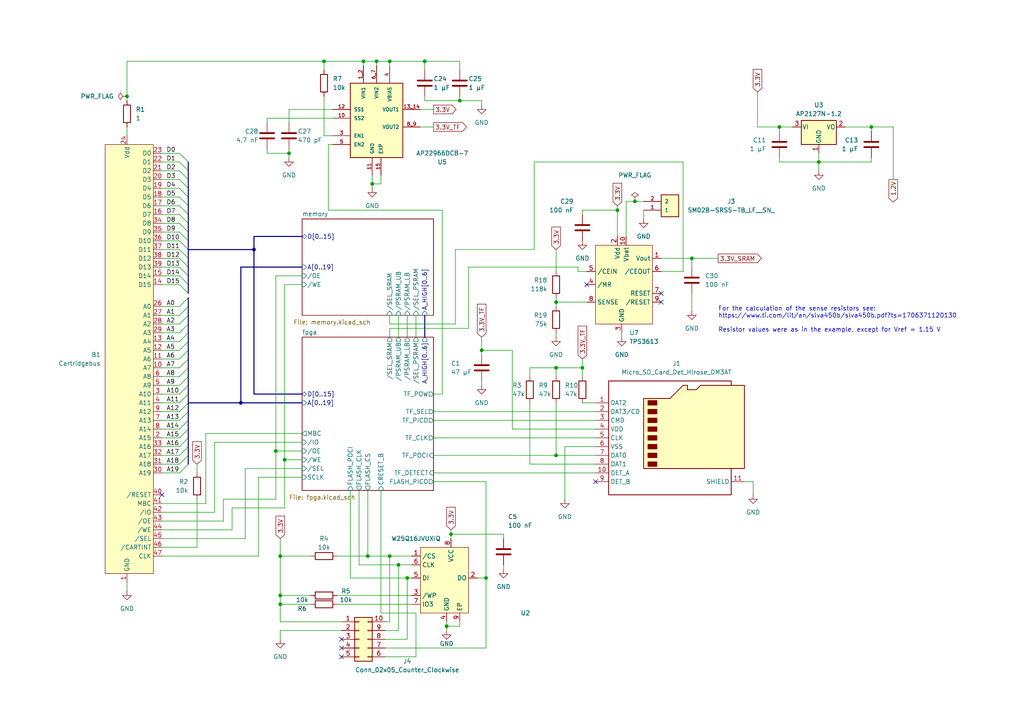
<source format=kicad_sch>
(kicad_sch (version 20230121) (generator eeschema)
  (paper "A4")
  (lib_symbols
    (symbol "AP22966DC8-7:AP22966DC8-7" (pin_names (offset 1.016))
      (property "Reference" "U" (at -15.24 15.24 0))
      (property "Value" "AP22966DC8-7" (at -15.24 -17.78 0))
      (symbol "AP22966DC8-7_0_0"
        (rectangle (start -15.24 15.24) (end 0 -6.35) (stroke (width 0.254)) (fill (type background)))
        (pin passive line (at -20.32 5.08 0) (length 5.08) (name "SS2") (number "10"))
        (pin passive line (at -20.32 7.62 0) (length 5.08) (name "SS1") (number "12"))
        (pin passive line (at -6.35 -11.43 90) (length 5.08) (name "EXP") (number "15"))
        (pin input line (at -11.43 20.32 270) (length 5.08) (name "VIN1") (number "1_2"))
        (pin input line (at -20.32 0 0) (length 5.08) (name "EN1") (number "3"))
        (pin power_in line (at -3.81 20.32 270) (length 5.08) (name "VBIAS") (number "4"))
        (pin input line (at -20.32 -2.54 0) (length 5.08) (name "EN2") (number "5"))
        (pin input line (at -7.62 20.32 270) (length 5.08) (name "VIN2") (number "6_7"))
      )
      (symbol "AP22966DC8-7_1_0"
        (pin power_in line (at -8.89 -11.43 90) (length 5.08) (name "GND") (number "11"))
        (pin power_out line (at 5.08 7.62 180) (length 5.08) (name "VOUT1") (number "13_14"))
        (pin power_out line (at 5.08 2.54 180) (length 5.08) (name "VOUT2") (number "8_9"))
      )
    )
    (symbol "Connector:Micro_SD_Card_Det_Hirose_DM3AT"
      (property "Reference" "J" (at -16.51 17.78 0))
      (property "Value" "Micro_SD_Card_Det_Hirose_DM3AT" (at 16.51 17.78 0))
      (symbol "Micro_SD_Card_Det_Hirose_DM3AT_0_1"
        (rectangle (start -7.62 -6.985) (end -5.08 -8.255) (stroke (width 0.254)) (fill (type outline)))
        (rectangle (start -7.62 -4.445) (end -5.08 -5.715) (stroke (width 0.254)) (fill (type outline)))
        (rectangle (start -7.62 -1.905) (end -5.08 -3.175) (stroke (width 0.254)) (fill (type outline)))
        (rectangle (start -7.62 0.635) (end -5.08 -0.635) (stroke (width 0.254)) (fill (type outline)))
        (rectangle (start -7.62 3.175) (end -5.08 1.905) (stroke (width 0.254)) (fill (type outline)))
        (rectangle (start -7.62 5.715) (end -5.08 4.445) (stroke (width 0.254)) (fill (type outline)))
        (rectangle (start -7.62 8.255) (end -5.08 6.985) (stroke (width 0.254)) (fill (type outline)))
        (rectangle (start -7.62 10.795) (end -5.08 9.525) (stroke (width 0.254)) (fill (type outline)))
        (polyline (pts (xy 16.51 15.24) (xy 16.51 16.51) (xy -19.05 16.51) (xy -19.05 -16.51) (xy 16.51 -16.51) (xy 16.51 -8.89)) (stroke (width 0.254)))
        (polyline (pts (xy -8.89 -8.89) (xy -8.89 11.43) (xy -1.27 11.43) (xy 2.54 15.24) (xy 3.81 15.24) (xy 3.81 13.97) (xy 6.35 13.97) (xy 7.62 15.24) (xy 20.32 15.24) (xy 20.32 -8.89) (xy -8.89 -8.89)) (stroke (width 0.254)) (fill (type background)))
      )
      (symbol "Micro_SD_Card_Det_Hirose_DM3AT_1_1"
        (pin bidirectional line (at -22.86 10.16 0) (length 3.81) (name "DAT2") (number "1"))
        (pin passive line (at -22.86 -10.16 0) (length 3.81) (name "DET_A") (number "10"))
        (pin passive line (at 20.32 -12.7 180) (length 3.81) (name "SHIELD") (number "11"))
        (pin bidirectional line (at -22.86 7.62 0) (length 3.81) (name "DAT3/CD") (number "2"))
        (pin input line (at -22.86 5.08 0) (length 3.81) (name "CMD") (number "3"))
        (pin power_in line (at -22.86 2.54 0) (length 3.81) (name "VDD") (number "4"))
        (pin input line (at -22.86 0 0) (length 3.81) (name "CLK") (number "5"))
        (pin power_in line (at -22.86 -2.54 0) (length 3.81) (name "VSS") (number "6"))
        (pin bidirectional line (at -22.86 -5.08 0) (length 3.81) (name "DAT0") (number "7"))
        (pin bidirectional line (at -22.86 -7.62 0) (length 3.81) (name "DAT1") (number "8"))
        (pin passive line (at -22.86 -12.7 0) (length 3.81) (name "DET_B") (number "9"))
      )
    )
    (symbol "Connector_Generic:Conn_02x05_Counter_Clockwise" (pin_names (offset 1.016) hide)
      (property "Reference" "J" (at 1.27 7.62 0))
      (property "Value" "Conn_02x05_Counter_Clockwise" (at 1.27 -7.62 0))
      (symbol "Conn_02x05_Counter_Clockwise_1_1"
        (rectangle (start -1.27 -4.953) (end 0 -5.207) (stroke (width 0.1524)))
        (rectangle (start -1.27 -2.413) (end 0 -2.667) (stroke (width 0.1524)))
        (rectangle (start -1.27 0.127) (end 0 -0.127) (stroke (width 0.1524)))
        (rectangle (start -1.27 2.667) (end 0 2.413) (stroke (width 0.1524)))
        (rectangle (start -1.27 5.207) (end 0 4.953) (stroke (width 0.1524)))
        (rectangle (start -1.27 6.35) (end 3.81 -6.35) (stroke (width 0.254)) (fill (type background)))
        (rectangle (start 3.81 -4.953) (end 2.54 -5.207) (stroke (width 0.1524)))
        (rectangle (start 3.81 -2.413) (end 2.54 -2.667) (stroke (width 0.1524)))
        (rectangle (start 3.81 0.127) (end 2.54 -0.127) (stroke (width 0.1524)))
        (rectangle (start 3.81 2.667) (end 2.54 2.413) (stroke (width 0.1524)))
        (rectangle (start 3.81 5.207) (end 2.54 4.953) (stroke (width 0.1524)))
        (pin passive line (at -5.08 5.08 0) (length 3.81) (name "Pin_1") (number "1"))
        (pin passive line (at 7.62 5.08 180) (length 3.81) (name "Pin_10") (number "10"))
        (pin passive line (at -5.08 2.54 0) (length 3.81) (name "Pin_2") (number "2"))
        (pin passive line (at -5.08 0 0) (length 3.81) (name "Pin_3") (number "3"))
        (pin passive line (at -5.08 -2.54 0) (length 3.81) (name "Pin_4") (number "4"))
        (pin passive line (at -5.08 -5.08 0) (length 3.81) (name "Pin_5") (number "5"))
        (pin passive line (at 7.62 -5.08 180) (length 3.81) (name "Pin_6") (number "6"))
        (pin passive line (at 7.62 -2.54 180) (length 3.81) (name "Pin_7") (number "7"))
        (pin passive line (at 7.62 0 180) (length 3.81) (name "Pin_8") (number "8"))
        (pin passive line (at 7.62 2.54 180) (length 3.81) (name "Pin_9") (number "9"))
      )
    )
    (symbol "Device:C" (pin_numbers hide) (pin_names (offset 0.254))
      (property "Reference" "C" (at 0.635 2.54 0))
      (property "Value" "C" (at 0.635 -2.54 0))
      (symbol "C_0_1"
        (polyline (pts (xy -2.032 -0.762) (xy 2.032 -0.762)) (stroke (width 0.508)))
        (polyline (pts (xy -2.032 0.762) (xy 2.032 0.762)) (stroke (width 0.508)))
      )
      (symbol "C_1_1"
        (pin passive line (at 0 3.81 270) (length 2.794) (name "~") (number "1"))
        (pin passive line (at 0 -3.81 90) (length 2.794) (name "~") (number "2"))
      )
    )
    (symbol "Device:R" (pin_numbers hide) (pin_names (offset 0))
      (property "Reference" "R" (at 2.032 0 90))
      (property "Value" "R" (at 0 0 90))
      (symbol "R_0_1"
        (rectangle (start -1.016 -2.54) (end 1.016 2.54) (stroke (width 0.254)))
      )
      (symbol "R_1_1"
        (pin passive line (at 0 3.81 270) (length 1.27) (name "~") (number "1"))
        (pin passive line (at 0 -3.81 90) (length 1.27) (name "~") (number "2"))
      )
    )
    (symbol "Regulator_Linear:AP2127N-1.2" (pin_names (offset 0.254))
      (property "Reference" "U" (at -3.81 3.175 0))
      (property "Value" "AP2127N-1.2" (at 0 3.175 0))
      (symbol "AP2127N-1.2_0_1"
        (rectangle (start -5.08 1.905) (end 5.08 -5.08) (stroke (width 0.254)) (fill (type background)))
      )
      (symbol "AP2127N-1.2_1_1"
        (pin power_in line (at 0 -7.62 90) (length 2.54) (name "GND") (number "1"))
        (pin power_out line (at 7.62 0 180) (length 2.54) (name "VO") (number "2"))
        (pin power_in line (at -7.62 0 0) (length 2.54) (name "VI") (number "3"))
      )
    )
    (symbol "SM02B-SRSS-TB:SM02B-SRSS-TB_LF__SN_" (pin_names (offset 1.016))
      (property "Reference" "J" (at 11.4936 5.1092 0))
      (property "Value" "SM02B-SRSS-TB_LF__SN_" (at 11.4908 2.5582 0))
      (symbol "SM02B-SRSS-TB_LF__SN__0_0"
        (rectangle (start 5.08 6.985) (end 10.16 0.635) (stroke (width 0.254)) (fill (type background)))
      )
      (symbol "SM02B-SRSS-TB_LF__SN__1_0"
        (pin passive line (at 0 5.08 0) (length 5.08) (name "1") (number "1"))
        (pin passive line (at 0 2.54 0) (length 5.08) (name "2") (number "2"))
      )
    )
    (symbol "nileswan:TPS3613"
      (property "Reference" "U" (at -1.27 5.08 0))
      (property "Value" "TPS3613" (at 0.635 -3.175 0))
      (symbol "TPS3613_0_0"
        (pin power_out line (at 16.51 0 180) (length 2.54) (name "Vout") (number "1"))
        (pin power_in line (at 6.35 6.35 270) (length 2.54) (name "Vbat") (number "10"))
        (pin power_in line (at 3.81 6.35 270) (length 2.54) (name "Vdd") (number "2"))
        (pin power_in line (at 5.08 -21.59 90) (length 2.54) (name "GND") (number "3"))
        (pin input line (at -5.08 -7.62 0) (length 2.54) (name "/MR") (number "4"))
        (pin input line (at -5.08 -3.81 0) (length 2.54) (name "/CEIN") (number "5"))
        (pin output line (at 16.51 -3.81 180) (length 2.54) (name "/CEOUT") (number "6"))
        (pin output line (at 16.51 -10.16 180) (length 2.54) (name "RESET") (number "7"))
        (pin input line (at -5.08 -12.7 0) (length 2.54) (name "SENSE") (number "8"))
        (pin output line (at 16.51 -12.7 180) (length 2.54) (name "/RESET") (number "9"))
      )
      (symbol "TPS3613_1_1"
        (rectangle (start -2.54 3.81) (end 13.97 -19.05) (fill (type background)))
      )
    )
    (symbol "nileswan:W25Q16JVUXIQ"
      (property "Reference" "U" (at 8.89 2.54 0))
      (property "Value" "W25Q16JVUXIQ" (at 12.7 0.635 0))
      (symbol "W25Q16JVUXIQ_0_0"
        (pin input line (at -7.62 -2.54 0) (length 2.54) (name "/CS") (number "1"))
        (pin output line (at 11.43 -8.89 180) (length 2.54) (name "DO") (number "2"))
        (pin input line (at -7.62 -13.97 0) (length 2.54) (name "/WP") (number "3"))
        (pin power_in line (at 2.54 -21.59 90) (length 2.54) (name "GND") (number "4"))
        (pin input line (at -7.62 -8.89 0) (length 2.54) (name "DI") (number "5"))
        (pin input line (at -7.62 -5.08 0) (length 2.54) (name "CLK") (number "6"))
        (pin power_in line (at 3.81 2.54 270) (length 2.54) (name "VCC") (number "8"))
        (pin passive line (at 6.35 -21.59 90) (length 2.54) (name "EP") (number "9"))
      )
      (symbol "W25Q16JVUXIQ_1_0"
        (pin input line (at -7.62 -16.51 0) (length 2.54) (name "IO3") (number "7"))
      )
      (symbol "W25Q16JVUXIQ_1_1"
        (rectangle (start -5.08 0) (end 8.89 -19.05) (fill (type background)))
      )
    )
    (symbol "nileswan:WSCartridgeBus"
      (property "Reference" "B" (at -17.78 17.78 0))
      (property "Value" "Cartridgebus" (at -15.24 15.24 0))
      (symbol "WSCartridgeBus_0_1"
        (rectangle (start -8.89 59.69) (end 5.08 -64.77) (fill (type background)))
      )
      (symbol "WSCartridgeBus_1_1"
        (pin power_out line (at -2.54 -67.31 90) (length 2.54) (name "GND") (number "1"))
        (pin output line (at 7.62 -5.08 180) (length 2.54) (name "A7") (number "10"))
        (pin output line (at 7.62 -2.54 180) (length 2.54) (name "A6") (number "11"))
        (pin output line (at 7.62 0 180) (length 2.54) (name "A5") (number "12"))
        (pin output line (at 7.62 2.54 180) (length 2.54) (name "A4") (number "13"))
        (pin bidirectional line (at 7.62 19.05 180) (length 2.54) (name "D15") (number "14"))
        (pin bidirectional line (at 7.62 21.59 180) (length 2.54) (name "D14") (number "15"))
        (pin bidirectional line (at 7.62 39.37 180) (length 2.54) (name "D7") (number "16"))
        (pin bidirectional line (at 7.62 41.91 180) (length 2.54) (name "D6") (number "17"))
        (pin bidirectional line (at 7.62 44.45 180) (length 2.54) (name "D5") (number "18"))
        (pin bidirectional line (at 7.62 46.99 180) (length 2.54) (name "D4") (number "19"))
        (pin output line (at 7.62 -25.4 180) (length 2.54) (name "A15") (number "2"))
        (pin bidirectional line (at 7.62 49.53 180) (length 2.54) (name "D3") (number "20"))
        (pin bidirectional line (at 7.62 52.07 180) (length 2.54) (name "D2") (number "21"))
        (pin bidirectional line (at 7.62 54.61 180) (length 2.54) (name "D1") (number "22"))
        (pin bidirectional line (at 7.62 57.15 180) (length 2.54) (name "D0") (number "23"))
        (pin power_out line (at -2.54 62.23 270) (length 2.54) (name "Vdd") (number "24"))
        (pin passive line (at -2.54 62.23 270) (length 2.54) hide (name "Vdd") (number "25"))
        (pin output line (at 7.62 12.7 180) (length 2.54) (name "A0") (number "26"))
        (pin output line (at 7.62 10.16 180) (length 2.54) (name "A1") (number "27"))
        (pin output line (at 7.62 7.62 180) (length 2.54) (name "A2") (number "28"))
        (pin output line (at 7.62 5.08 180) (length 2.54) (name "A3") (number "29"))
        (pin output line (at 7.62 -12.7 180) (length 2.54) (name "A10") (number "3"))
        (pin output line (at 7.62 -35.56 180) (length 2.54) (name "A19") (number "30"))
        (pin output line (at 7.62 -33.02 180) (length 2.54) (name "A18") (number "31"))
        (pin output line (at 7.62 -30.48 180) (length 2.54) (name "A17") (number "32"))
        (pin output line (at 7.62 -27.94 180) (length 2.54) (name "A16") (number "33"))
        (pin bidirectional line (at 7.62 36.83 180) (length 2.54) (name "D8") (number "34"))
        (pin bidirectional line (at 7.62 34.29 180) (length 2.54) (name "D9") (number "35"))
        (pin bidirectional line (at 7.62 31.75 180) (length 2.54) (name "D10") (number "36"))
        (pin bidirectional line (at 7.62 29.21 180) (length 2.54) (name "D11") (number "37"))
        (pin bidirectional line (at 7.62 26.67 180) (length 2.54) (name "D12") (number "38"))
        (pin bidirectional line (at 7.62 24.13 180) (length 2.54) (name "D13") (number "39"))
        (pin output line (at 7.62 -15.24 180) (length 2.54) (name "A11") (number "4"))
        (pin output line (at 7.62 -41.91 180) (length 2.54) (name "/RESET") (number "40"))
        (pin output line (at 7.62 -44.45 180) (length 2.54) (name "MBC") (number "41"))
        (pin output line (at 7.62 -46.99 180) (length 2.54) (name "/IO") (number "42"))
        (pin output line (at 7.62 -49.53 180) (length 2.54) (name "/OE") (number "43"))
        (pin output line (at 7.62 -52.07 180) (length 2.54) (name "/WE") (number "44"))
        (pin input line (at 7.62 -54.61 180) (length 2.54) (name "/SEL") (number "45"))
        (pin input line (at 7.62 -57.15 180) (length 2.54) (name "/CARTINT") (number "46"))
        (pin output line (at 7.62 -59.69 180) (length 2.54) (name "CLK") (number "47"))
        (pin passive line (at -2.54 -67.31 90) (length 2.54) hide (name "GND") (number "48"))
        (pin output line (at 7.62 -10.16 180) (length 2.54) (name "A9") (number "5"))
        (pin output line (at 7.62 -7.62 180) (length 2.54) (name "A8") (number "6"))
        (pin output line (at 7.62 -20.32 180) (length 2.54) (name "A13") (number "7"))
        (pin output line (at 7.62 -22.86 180) (length 2.54) (name "A14") (number "8"))
        (pin output line (at 7.62 -17.78 180) (length 2.54) (name "A12") (number "9"))
      )
    )
    (symbol "power:GND" (power) (pin_names (offset 0))
      (property "Value" "GND" (at 0 -3.81 0))
      (symbol "GND_0_1"
        (polyline (pts (xy 0 0) (xy 0 -1.27) (xy 1.27 -1.27) (xy 0 -2.54) (xy -1.27 -1.27) (xy 0 -1.27)))
      )
      (symbol "GND_1_1"
        (pin power_in line (at 0 0 270) (length 0) hide (name "GND") (number "1"))
      )
    )
    (symbol "power:PWR_FLAG" (power) (pin_numbers hide) (pin_names (offset 0) hide)
      (property "Value" "PWR_FLAG" (at 0 3.81 0))
      (symbol "PWR_FLAG_0_0"
        (pin power_out line (at 0 0 90) (length 0) (name "pwr") (number "1"))
      )
      (symbol "PWR_FLAG_0_1"
        (polyline (pts (xy 0 0) (xy 0 1.27) (xy -1.016 1.905) (xy 0 2.54) (xy 1.016 1.905) (xy 0 1.27)))
      )
    )
  )
  (junction (at 81.28 172.72))
  (junction (at 81.28 175.26))
  (junction (at 237.49 46.99))
  (junction (at 161.29 132.08))
  (junction (at 252.73 36.83))
  (junction (at 200.66 74.93))
  (junction (at 113.03 17.78))
  (junction (at 226.06 36.83))
  (junction (at 83.82 44.45))
  (junction (at 80.01 130.81))
  (junction (at 118.11 167.64))
  (junction (at 69.85 116.84))
  (junction (at 73.66 72.39))
  (junction (at 81.28 161.29))
  (junction (at 105.41 17.78))
  (junction (at 93.98 17.78))
  (junction (at 140.97 167.64))
  (junction (at 82.55 133.35))
  (junction (at 106.68 161.29))
  (junction (at 130.81 154.94))
  (junction (at 115.57 163.83))
  (junction (at 168.91 106.68))
  (junction (at 109.22 17.78))
  (junction (at 161.29 106.68))
  (junction (at 129.54 181.61))
  (junction (at 139.7 101.6))
  (junction (at 123.19 17.78))
  (junction (at 161.29 87.63))
  (junction (at 36.83 27.94))
  (junction (at 179.07 60.96))
  (junction (at 184.15 58.42))
  (junction (at 133.35 29.21))
  (junction (at 107.95 53.34))
  (junction (at 113.03 161.29))
  (no_connect (at 191.77 87.63))
  (no_connect (at 191.77 85.09))
  (no_connect (at 172.72 139.7))
  (no_connect (at 99.06 187.96))
  (no_connect (at 99.06 190.5))
  (no_connect (at 99.06 185.42))
  (no_connect (at 46.99 143.51))
  (no_connect (at 170.18 82.55))
  (bus_entry (at 52.07 52.07) (size 2.54 2.54))
  (bus_entry (at 52.07 106.68) (size 2.54 -2.54))
  (bus_entry (at 52.07 124.46) (size 2.54 -2.54))
  (bus_entry (at 52.07 67.31) (size 2.54 2.54))
  (bus_entry (at 52.07 99.06) (size 2.54 -2.54))
  (bus_entry (at 52.07 82.55) (size 2.54 2.54))
  (bus_entry (at 52.07 49.53) (size 2.54 2.54))
  (bus_entry (at 52.07 121.92) (size 2.54 -2.54))
  (bus_entry (at 52.07 109.22) (size 2.54 -2.54))
  (bus_entry (at 52.07 134.62) (size 2.54 -2.54))
  (bus_entry (at 52.07 46.99) (size 2.54 2.54))
  (bus_entry (at 52.07 69.85) (size 2.54 2.54))
  (bus_entry (at 52.07 64.77) (size 2.54 2.54))
  (bus_entry (at 52.07 59.69) (size 2.54 2.54))
  (bus_entry (at 52.07 119.38) (size 2.54 -2.54))
  (bus_entry (at 52.07 77.47) (size 2.54 2.54))
  (bus_entry (at 52.07 114.3) (size 2.54 -2.54))
  (bus_entry (at 52.07 57.15) (size 2.54 2.54))
  (bus_entry (at 52.07 93.98) (size 2.54 -2.54))
  (bus_entry (at 52.07 111.76) (size 2.54 -2.54))
  (bus_entry (at 52.07 54.61) (size 2.54 2.54))
  (bus_entry (at 52.07 44.45) (size 2.54 2.54))
  (bus_entry (at 52.07 127) (size 2.54 -2.54))
  (bus_entry (at 52.07 72.39) (size 2.54 2.54))
  (bus_entry (at 52.07 104.14) (size 2.54 -2.54))
  (bus_entry (at 52.07 116.84) (size 2.54 -2.54))
  (bus_entry (at 52.07 96.52) (size 2.54 -2.54))
  (bus_entry (at 52.07 132.08) (size 2.54 -2.54))
  (bus_entry (at 52.07 137.16) (size 2.54 -2.54))
  (bus_entry (at 52.07 74.93) (size 2.54 2.54))
  (bus_entry (at 52.07 91.44) (size 2.54 -2.54))
  (bus_entry (at 52.07 129.54) (size 2.54 -2.54))
  (bus_entry (at 52.07 80.01) (size 2.54 2.54))
  (bus_entry (at 52.07 101.6) (size 2.54 -2.54))
  (bus_entry (at 52.07 62.23) (size 2.54 2.54))
  (bus_entry (at 52.07 88.9) (size 2.54 -2.54))
  (wire (pts (xy 46.99 64.77) (xy 52.07 64.77)))
  (wire (pts (xy 109.22 19.05) (xy 109.22 17.78)))
  (wire (pts (xy 226.06 46.99) (xy 237.49 46.99)))
  (wire (pts (xy 154.94 72.39) (xy 132.08 72.39)))
  (wire (pts (xy 140.97 167.64) (xy 140.97 187.96)))
  (wire (pts (xy 106.68 142.24) (xy 106.68 161.29)))
  (bus (pts (xy 54.61 119.38) (xy 54.61 121.92)))
  (bus (pts (xy 54.61 93.98) (xy 54.61 91.44)))
  (wire (pts (xy 161.29 96.52) (xy 161.29 97.79)))
  (wire (pts (xy 82.55 82.55) (xy 87.63 82.55)))
  (wire (pts (xy 46.99 46.99) (xy 52.07 46.99)))
  (wire (pts (xy 191.77 74.93) (xy 200.66 74.93)))
  (wire (pts (xy 87.63 135.89) (xy 71.12 135.89)))
  (bus (pts (xy 54.61 88.9) (xy 54.61 86.36)))
  (wire (pts (xy 46.99 146.05) (xy 59.69 146.05)))
  (bus (pts (xy 54.61 67.31) (xy 54.61 69.85)))
  (bus (pts (xy 54.61 72.39) (xy 54.61 74.93)))
  (wire (pts (xy 148.59 124.46) (xy 172.72 124.46)))
  (wire (pts (xy 179.07 59.69) (xy 179.07 60.96)))
  (wire (pts (xy 46.99 129.54) (xy 52.07 129.54)))
  (wire (pts (xy 97.79 172.72) (xy 119.38 172.72)))
  (wire (pts (xy 140.97 139.7) (xy 140.97 167.64)))
  (wire (pts (xy 95.25 60.96) (xy 95.25 41.91)))
  (bus (pts (xy 54.61 54.61) (xy 54.61 57.15)))
  (wire (pts (xy 46.99 82.55) (xy 52.07 82.55)))
  (bus (pts (xy 54.61 116.84) (xy 69.85 116.84)))
  (wire (pts (xy 46.99 88.9) (xy 52.07 88.9)))
  (bus (pts (xy 54.61 124.46) (xy 54.61 121.92)))
  (wire (pts (xy 67.31 147.32) (xy 82.55 147.32)))
  (wire (pts (xy 57.15 158.75) (xy 46.99 158.75)))
  (wire (pts (xy 110.49 177.8) (xy 120.65 177.8)))
  (wire (pts (xy 77.47 34.29) (xy 77.47 35.56)))
  (wire (pts (xy 153.67 109.22) (xy 153.67 106.68)))
  (wire (pts (xy 181.61 58.42) (xy 181.61 68.58)))
  (wire (pts (xy 105.41 17.78) (xy 105.41 19.05)))
  (wire (pts (xy 59.69 146.05) (xy 59.69 125.73)))
  (wire (pts (xy 57.15 144.78) (xy 57.15 158.75)))
  (wire (pts (xy 93.98 39.37) (xy 96.52 39.37)))
  (wire (pts (xy 62.23 128.27) (xy 62.23 148.59)))
  (wire (pts (xy 129.54 182.88) (xy 129.54 181.61)))
  (wire (pts (xy 200.66 74.93) (xy 200.66 77.47)))
  (wire (pts (xy 82.55 133.35) (xy 82.55 82.55)))
  (wire (pts (xy 46.99 80.01) (xy 52.07 80.01)))
  (wire (pts (xy 104.14 163.83) (xy 115.57 163.83)))
  (wire (pts (xy 259.08 36.83) (xy 252.73 36.83)))
  (wire (pts (xy 200.66 74.93) (xy 208.28 74.93)))
  (wire (pts (xy 81.28 172.72) (xy 81.28 175.26)))
  (wire (pts (xy 80.01 130.81) (xy 80.01 80.01)))
  (wire (pts (xy 46.99 127) (xy 52.07 127)))
  (wire (pts (xy 218.44 139.7) (xy 215.9 139.7)))
  (wire (pts (xy 245.11 36.83) (xy 252.73 36.83)))
  (wire (pts (xy 81.28 156.21) (xy 81.28 161.29)))
  (bus (pts (xy 54.61 114.3) (xy 54.61 111.76)))
  (wire (pts (xy 115.57 182.88) (xy 115.57 163.83)))
  (wire (pts (xy 46.99 57.15) (xy 52.07 57.15)))
  (wire (pts (xy 59.69 125.73) (xy 87.63 125.73)))
  (wire (pts (xy 46.99 49.53) (xy 52.07 49.53)))
  (wire (pts (xy 161.29 86.36) (xy 161.29 87.63)))
  (wire (pts (xy 125.73 139.7) (xy 140.97 139.7)))
  (wire (pts (xy 219.71 36.83) (xy 226.06 36.83)))
  (wire (pts (xy 133.35 181.61) (xy 133.35 180.34)))
  (wire (pts (xy 87.63 130.81) (xy 80.01 130.81)))
  (wire (pts (xy 198.12 78.74) (xy 198.12 46.99)))
  (wire (pts (xy 128.27 114.3) (xy 128.27 60.96)))
  (bus (pts (xy 54.61 127) (xy 54.61 124.46)))
  (wire (pts (xy 113.03 95.25) (xy 135.89 95.25)))
  (wire (pts (xy 259.08 36.83) (xy 259.08 52.07)))
  (wire (pts (xy 111.76 182.88) (xy 115.57 182.88)))
  (wire (pts (xy 46.99 44.45) (xy 52.07 44.45)))
  (wire (pts (xy 104.14 142.24) (xy 104.14 163.83)))
  (wire (pts (xy 46.99 67.31) (xy 52.07 67.31)))
  (bus (pts (xy 54.61 80.01) (xy 54.61 82.55)))
  (bus (pts (xy 54.61 116.84) (xy 54.61 119.38)))
  (wire (pts (xy 168.91 104.14) (xy 168.91 106.68)))
  (wire (pts (xy 118.11 185.42) (xy 118.11 167.64)))
  (wire (pts (xy 237.49 44.45) (xy 237.49 46.99)))
  (wire (pts (xy 120.65 190.5) (xy 111.76 190.5)))
  (wire (pts (xy 128.27 60.96) (xy 95.25 60.96)))
  (wire (pts (xy 161.29 88.9) (xy 161.29 87.63)))
  (wire (pts (xy 81.28 175.26) (xy 81.28 180.34)))
  (wire (pts (xy 154.94 46.99) (xy 154.94 72.39)))
  (bus (pts (xy 54.61 49.53) (xy 54.61 52.07)))
  (bus (pts (xy 54.61 106.68) (xy 54.61 104.14)))
  (wire (pts (xy 198.12 46.99) (xy 154.94 46.99)))
  (wire (pts (xy 97.79 161.29) (xy 106.68 161.29)))
  (bus (pts (xy 54.61 109.22) (xy 54.61 106.68)))
  (wire (pts (xy 83.82 31.75) (xy 83.82 35.56)))
  (bus (pts (xy 54.61 111.76) (xy 54.61 109.22)))
  (wire (pts (xy 113.03 93.98) (xy 113.03 91.44)))
  (wire (pts (xy 46.99 72.39) (xy 52.07 72.39)))
  (wire (pts (xy 123.19 17.78) (xy 133.35 17.78)))
  (wire (pts (xy 125.73 137.16) (xy 172.72 137.16)))
  (wire (pts (xy 186.69 63.5) (xy 186.69 60.96)))
  (wire (pts (xy 200.66 85.09) (xy 200.66 90.17)))
  (wire (pts (xy 121.92 31.75) (xy 125.73 31.75)))
  (wire (pts (xy 46.99 99.06) (xy 52.07 99.06)))
  (bus (pts (xy 54.61 82.55) (xy 54.61 85.09)))
  (wire (pts (xy 125.73 132.08) (xy 161.29 132.08)))
  (wire (pts (xy 81.28 185.42) (xy 81.28 182.88)))
  (wire (pts (xy 90.17 175.26) (xy 81.28 175.26)))
  (wire (pts (xy 36.83 36.83) (xy 36.83 39.37)))
  (wire (pts (xy 111.76 180.34) (xy 113.03 180.34)))
  (wire (pts (xy 125.73 119.38) (xy 172.72 119.38)))
  (bus (pts (xy 54.61 91.44) (xy 54.61 88.9)))
  (wire (pts (xy 133.35 181.61) (xy 129.54 181.61)))
  (wire (pts (xy 36.83 17.78) (xy 93.98 17.78)))
  (wire (pts (xy 115.57 91.44) (xy 115.57 97.79)))
  (wire (pts (xy 64.77 144.78) (xy 64.77 151.13)))
  (wire (pts (xy 36.83 27.94) (xy 36.83 29.21)))
  (wire (pts (xy 180.34 96.52) (xy 180.34 97.79)))
  (wire (pts (xy 109.22 17.78) (xy 105.41 17.78)))
  (wire (pts (xy 139.7 101.6) (xy 148.59 101.6)))
  (bus (pts (xy 54.61 74.93) (xy 54.61 77.47)))
  (wire (pts (xy 153.67 106.68) (xy 161.29 106.68)))
  (wire (pts (xy 218.44 143.51) (xy 218.44 139.7)))
  (wire (pts (xy 179.07 60.96) (xy 179.07 68.58)))
  (wire (pts (xy 139.7 110.49) (xy 139.7 111.76)))
  (wire (pts (xy 81.28 161.29) (xy 90.17 161.29)))
  (bus (pts (xy 54.61 134.62) (xy 54.61 132.08)))
  (wire (pts (xy 46.99 106.68) (xy 52.07 106.68)))
  (bus (pts (xy 87.63 77.47) (xy 69.85 77.47)))
  (bus (pts (xy 54.61 101.6) (xy 54.61 99.06)))
  (bus (pts (xy 54.61 69.85) (xy 54.61 72.39)))
  (wire (pts (xy 46.99 62.23) (xy 52.07 62.23)))
  (wire (pts (xy 46.99 111.76) (xy 52.07 111.76)))
  (wire (pts (xy 130.81 154.94) (xy 146.05 154.94)))
  (wire (pts (xy 123.19 17.78) (xy 123.19 20.32)))
  (wire (pts (xy 111.76 185.42) (xy 118.11 185.42)))
  (wire (pts (xy 161.29 106.68) (xy 168.91 106.68)))
  (bus (pts (xy 54.61 62.23) (xy 54.61 64.77)))
  (wire (pts (xy 46.99 69.85) (xy 52.07 69.85)))
  (wire (pts (xy 148.59 101.6) (xy 148.59 124.46)))
  (wire (pts (xy 252.73 46.99) (xy 237.49 46.99)))
  (wire (pts (xy 139.7 101.6) (xy 139.7 102.87)))
  (wire (pts (xy 46.99 137.16) (xy 52.07 137.16)))
  (wire (pts (xy 168.91 60.96) (xy 179.07 60.96)))
  (wire (pts (xy 146.05 165.1) (xy 146.05 163.83)))
  (wire (pts (xy 133.35 29.21) (xy 139.7 29.21)))
  (wire (pts (xy 64.77 151.13) (xy 46.99 151.13)))
  (wire (pts (xy 87.63 133.35) (xy 82.55 133.35)))
  (wire (pts (xy 74.93 138.43) (xy 74.93 161.29)))
  (wire (pts (xy 140.97 187.96) (xy 111.76 187.96)))
  (wire (pts (xy 77.47 44.45) (xy 83.82 44.45)))
  (wire (pts (xy 146.05 154.94) (xy 146.05 156.21)))
  (wire (pts (xy 46.99 114.3) (xy 52.07 114.3)))
  (wire (pts (xy 46.99 74.93) (xy 52.07 74.93)))
  (wire (pts (xy 226.06 36.83) (xy 229.87 36.83)))
  (wire (pts (xy 46.99 91.44) (xy 52.07 91.44)))
  (bus (pts (xy 69.85 116.84) (xy 87.63 116.84)))
  (wire (pts (xy 135.89 77.47) (xy 167.64 77.47)))
  (wire (pts (xy 161.29 116.84) (xy 161.29 132.08)))
  (wire (pts (xy 167.64 78.74) (xy 170.18 78.74)))
  (wire (pts (xy 125.73 121.92) (xy 172.72 121.92)))
  (wire (pts (xy 81.28 161.29) (xy 81.28 172.72)))
  (wire (pts (xy 46.99 119.38) (xy 52.07 119.38)))
  (wire (pts (xy 219.71 26.67) (xy 219.71 36.83)))
  (wire (pts (xy 120.65 91.44) (xy 120.65 97.79)))
  (wire (pts (xy 120.65 177.8) (xy 120.65 190.5)))
  (wire (pts (xy 83.82 43.18) (xy 83.82 44.45)))
  (wire (pts (xy 36.83 168.91) (xy 36.83 171.45)))
  (wire (pts (xy 80.01 80.01) (xy 87.63 80.01)))
  (wire (pts (xy 161.29 72.39) (xy 161.29 78.74)))
  (wire (pts (xy 46.99 96.52) (xy 52.07 96.52)))
  (wire (pts (xy 132.08 93.98) (xy 113.03 93.98)))
  (wire (pts (xy 139.7 30.48) (xy 139.7 29.21)))
  (wire (pts (xy 97.79 175.26) (xy 119.38 175.26)))
  (bus (pts (xy 54.61 96.52) (xy 54.61 93.98)))
  (bus (pts (xy 54.61 129.54) (xy 54.61 132.08)))
  (bus (pts (xy 73.66 114.3) (xy 87.63 114.3)))
  (bus (pts (xy 54.61 64.77) (xy 54.61 67.31)))
  (wire (pts (xy 161.29 106.68) (xy 161.29 109.22)))
  (wire (pts (xy 107.95 54.61) (xy 107.95 53.34)))
  (wire (pts (xy 95.25 41.91) (xy 96.52 41.91)))
  (wire (pts (xy 107.95 53.34) (xy 110.49 53.34)))
  (bus (pts (xy 54.61 57.15) (xy 54.61 59.69)))
  (wire (pts (xy 93.98 27.94) (xy 93.98 39.37)))
  (wire (pts (xy 46.99 104.14) (xy 52.07 104.14)))
  (wire (pts (xy 125.73 127) (xy 172.72 127)))
  (wire (pts (xy 81.28 180.34) (xy 99.06 180.34)))
  (wire (pts (xy 133.35 17.78) (xy 133.35 20.32)))
  (wire (pts (xy 110.49 142.24) (xy 110.49 177.8)))
  (bus (pts (xy 54.61 127) (xy 54.61 129.54)))
  (wire (pts (xy 46.99 132.08) (xy 52.07 132.08)))
  (wire (pts (xy 46.99 52.07) (xy 52.07 52.07)))
  (wire (pts (xy 186.69 58.42) (xy 184.15 58.42)))
  (wire (pts (xy 57.15 134.62) (xy 57.15 137.16)))
  (wire (pts (xy 121.92 36.83) (xy 125.73 36.83)))
  (wire (pts (xy 161.29 132.08) (xy 172.72 132.08)))
  (wire (pts (xy 113.03 17.78) (xy 123.19 17.78)))
  (wire (pts (xy 46.99 134.62) (xy 52.07 134.62)))
  (wire (pts (xy 139.7 97.79) (xy 139.7 101.6)))
  (bus (pts (xy 73.66 68.58) (xy 73.66 72.39)))
  (wire (pts (xy 163.83 129.54) (xy 172.72 129.54)))
  (wire (pts (xy 71.12 156.21) (xy 46.99 156.21)))
  (wire (pts (xy 113.03 180.34) (xy 113.03 161.29)))
  (wire (pts (xy 96.52 31.75) (xy 83.82 31.75)))
  (wire (pts (xy 153.67 134.62) (xy 153.67 116.84)))
  (wire (pts (xy 83.82 44.45) (xy 83.82 45.72)))
  (bus (pts (xy 73.66 68.58) (xy 87.63 68.58)))
  (wire (pts (xy 46.99 116.84) (xy 52.07 116.84)))
  (wire (pts (xy 46.99 124.46) (xy 52.07 124.46)))
  (wire (pts (xy 172.72 134.62) (xy 153.67 134.62)))
  (wire (pts (xy 172.72 116.84) (xy 168.91 116.84)))
  (wire (pts (xy 226.06 46.99) (xy 226.06 45.72)))
  (bus (pts (xy 54.61 104.14) (xy 54.61 101.6)))
  (wire (pts (xy 93.98 17.78) (xy 105.41 17.78)))
  (wire (pts (xy 93.98 17.78) (xy 93.98 20.32)))
  (wire (pts (xy 168.91 106.68) (xy 168.91 109.22)))
  (wire (pts (xy 107.95 53.34) (xy 107.95 50.8)))
  (wire (pts (xy 115.57 163.83) (xy 119.38 163.83)))
  (bus (pts (xy 54.61 99.06) (xy 54.61 96.52)))
  (bus (pts (xy 54.61 59.69) (xy 54.61 62.23)))
  (bus (pts (xy 54.61 77.47) (xy 54.61 80.01)))
  (wire (pts (xy 46.99 121.92) (xy 52.07 121.92)))
  (wire (pts (xy 118.11 91.44) (xy 118.11 97.79)))
  (bus (pts (xy 69.85 77.47) (xy 69.85 116.84)))
  (wire (pts (xy 110.49 53.34) (xy 110.49 50.8)))
  (wire (pts (xy 133.35 27.94) (xy 133.35 29.21)))
  (wire (pts (xy 46.99 54.61) (xy 52.07 54.61)))
  (wire (pts (xy 129.54 181.61) (xy 129.54 180.34)))
  (wire (pts (xy 101.6 167.64) (xy 118.11 167.64)))
  (bus (pts (xy 73.66 72.39) (xy 73.66 114.3)))
  (wire (pts (xy 87.63 138.43) (xy 74.93 138.43)))
  (wire (pts (xy 71.12 135.89) (xy 71.12 156.21)))
  (wire (pts (xy 163.83 144.78) (xy 163.83 129.54)))
  (wire (pts (xy 113.03 19.05) (xy 113.03 17.78)))
  (wire (pts (xy 74.93 161.29) (xy 46.99 161.29)))
  (wire (pts (xy 80.01 130.81) (xy 80.01 144.78)))
  (wire (pts (xy 46.99 148.59) (xy 62.23 148.59)))
  (wire (pts (xy 130.81 154.94) (xy 130.81 153.67)))
  (bus (pts (xy 54.61 46.99) (xy 54.61 49.53)))
  (wire (pts (xy 161.29 87.63) (xy 170.18 87.63)))
  (wire (pts (xy 226.06 38.1) (xy 226.06 36.83)))
  (wire (pts (xy 113.03 97.79) (xy 113.03 95.25)))
  (wire (pts (xy 96.52 34.29) (xy 77.47 34.29)))
  (wire (pts (xy 36.83 17.78) (xy 36.83 27.94)))
  (wire (pts (xy 67.31 153.67) (xy 46.99 153.67)))
  (wire (pts (xy 118.11 167.64) (xy 119.38 167.64)))
  (wire (pts (xy 90.17 172.72) (xy 81.28 172.72)))
  (wire (pts (xy 77.47 44.45) (xy 77.47 43.18)))
  (wire (pts (xy 64.77 144.78) (xy 80.01 144.78)))
  (wire (pts (xy 168.91 60.96) (xy 168.91 62.23)))
  (wire (pts (xy 46.99 109.22) (xy 52.07 109.22)))
  (bus (pts (xy 54.61 52.07) (xy 54.61 54.61)))
  (wire (pts (xy 46.99 93.98) (xy 52.07 93.98)))
  (wire (pts (xy 130.81 154.94) (xy 130.81 156.21)))
  (wire (pts (xy 46.99 59.69) (xy 52.07 59.69)))
  (wire (pts (xy 106.68 161.29) (xy 113.03 161.29)))
  (wire (pts (xy 125.73 114.3) (xy 128.27 114.3)))
  (wire (pts (xy 113.03 17.78) (xy 109.22 17.78)))
  (wire (pts (xy 123.19 29.21) (xy 123.19 27.94)))
  (wire (pts (xy 140.97 167.64) (xy 138.43 167.64)))
  (bus (pts (xy 54.61 116.84) (xy 54.61 114.3)))
  (bus (pts (xy 123.19 91.44) (xy 123.19 97.79)))
  (wire (pts (xy 191.77 78.74) (xy 198.12 78.74)))
  (wire (pts (xy 46.99 77.47) (xy 52.07 77.47)))
  (bus (pts (xy 54.61 72.39) (xy 73.66 72.39)))
  (wire (pts (xy 67.31 147.32) (xy 67.31 153.67)))
  (wire (pts (xy 82.55 133.35) (xy 82.55 147.32)))
  (wire (pts (xy 252.73 38.1) (xy 252.73 36.83)))
  (wire (pts (xy 81.28 182.88) (xy 99.06 182.88)))
  (wire (pts (xy 123.19 29.21) (xy 133.35 29.21)))
  (wire (pts (xy 184.15 58.42) (xy 181.61 58.42)))
  (wire (pts (xy 135.89 95.25) (xy 135.89 77.47)))
  (wire (pts (xy 46.99 101.6) (xy 52.07 101.6)))
  (wire (pts (xy 101.6 142.24) (xy 101.6 167.64)))
  (wire (pts (xy 237.49 46.99) (xy 237.49 49.53)))
  (wire (pts (xy 167.64 77.47) (xy 167.64 78.74)))
  (wire (pts (xy 87.63 128.27) (xy 62.23 128.27)))
  (wire (pts (xy 132.08 72.39) (xy 132.08 93.98)))
  (wire (pts (xy 252.73 46.99) (xy 252.73 45.72)))
  (wire (pts (xy 113.03 161.29) (xy 119.38 161.29)))
  (text "For the calculation of the sense resistors see:\nhttps://www.ti.com/lit/an/slva450b/slva450b.pdf?ts=1706371120130\n\nResistor values were as in the example, except for Vref = 1.15 V" (at 208.28 96.52 0) (effects (font (size 1.27 1.27)) (justify left bottom)))
  (label "D1" (at 48.26 46.99 0))
  (label "A0" (at 48.26 88.9 0))
  (label "D9" (at 48.26 67.31 0))
  (label "D13" (at 48.26 77.47 0))
  (label "A15" (at 48.26 127 0))
  (label "A2" (at 48.26 93.98 0))
  (label "A10" (at 48.26 114.3 0))
  (label "D3" (at 48.26 52.07 0))
  (label "D15" (at 48.26 82.55 0))
  (label "A14" (at 48.26 124.46 0))
  (label "D10" (at 48.26 69.85 0))
  (label "A8" (at 48.26 109.22 0))
  (label "A19" (at 48.26 137.16 0))
  (label "A6" (at 48.26 104.14 0))
  (label "D14" (at 48.26 80.01 0))
  (label "D7" (at 48.26 62.23 0))
  (label "A1" (at 48.26 91.44 0))
  (label "A12" (at 48.26 119.38 0))
  (label "A16" (at 48.26 129.54 0))
  (label "A4" (at 48.26 99.06 0))
  (label "D8" (at 48.26 64.77 0))
  (label "A7" (at 48.26 106.68 0))
  (label "D0" (at 48.26 44.45 0))
  (label "D5" (at 48.26 57.15 0))
  (label "D11" (at 48.26 72.39 0))
  (label "D6" (at 48.26 59.69 0))
  (label "A11" (at 48.26 116.84 0))
  (label "A5" (at 48.26 101.6 0))
  (label "D4" (at 48.26 54.61 0))
  (label "D2" (at 48.26 49.53 0))
  (label "A13" (at 48.26 121.92 0))
  (label "D12" (at 48.26 74.93 0))
  (label "A18" (at 48.26 134.62 0))
  (label "A3" (at 48.26 96.52 0))
  (label "A17" (at 48.26 132.08 0))
  (label "A9" (at 48.26 111.76 0))
  (global_label "3.3V" (shape input) (at 161.29 72.39 90) (property "Intersheetrefs" "${INTERSHEET_REFS}" (effects hide)))
  (global_label "3.3V" (shape input) (at 219.71 26.67 90) (property "Intersheetrefs" "${INTERSHEET_REFS}" (effects hide)))
  (global_label "3.3V" (shape input) (at 57.15 134.62 90) (property "Intersheetrefs" "${INTERSHEET_REFS}" (effects hide)))
  (global_label "3.3V_TF" (shape output) (at 125.73 36.83 0) (property "Intersheetrefs" "${INTERSHEET_REFS}" (effects hide)))
  (global_label "3.3V_SRAM" (shape output) (at 208.28 74.93 0) (property "Intersheetrefs" "${INTERSHEET_REFS}" (effects hide)))
  (global_label "1.2V" (shape output) (at 259.08 52.07 270) (property "Intersheetrefs" "${INTERSHEET_REFS}" (effects hide)))
  (global_label "3.3V_TF" (shape input) (at 139.7 97.79 90) (property "Intersheetrefs" "${INTERSHEET_REFS}" (effects hide)))
  (global_label "3.3V" (shape input) (at 81.28 156.21 90) (property "Intersheetrefs" "${INTERSHEET_REFS}" (effects hide)))
  (global_label "3.3V_TF" (shape input) (at 168.91 104.14 90) (property "Intersheetrefs" "${INTERSHEET_REFS}" (effects hide)))
  (global_label "3.3V" (shape input) (at 130.81 153.67 90) (property "Intersheetrefs" "${INTERSHEET_REFS}" (effects hide)))
  (global_label "3.3V" (shape input) (at 179.07 59.69 90) (property "Intersheetrefs" "${INTERSHEET_REFS}" (effects hide)))
  (global_label "3.3V" (shape output) (at 125.73 31.75 0) (property "Intersheetrefs" "${INTERSHEET_REFS}" (effects hide)))
  (symbol (lib_id "power:GND") (at 139.7 30.48 0) (unit 1)
    (property "Reference" "#PWR024" (effects hide))
    (property "Value" "GND" (at 139.7 35.56 0))
  )
  (symbol (lib_id "nileswan:TPS3613") (at 175.26 74.93 0) (unit 1)
    (property "Reference" "U7" (at 182.5341 96.52 0) (effects (justify left)))
    (property "Value" "TPS3613" (at 182.5341 99.06 0) (effects (justify left)))
    (property "Footprint" "Package_SO:VSSOP-10_3x3mm_P0.5mm" (effects hide))
    (property "Datasheet" "https://www.ti.com/lit/ds/symlink/tps3613-01.pdf?ts=1706394690686" (effects hide))
  )
  (symbol (lib_id "power:GND") (at 218.44 143.51 0) (unit 1)
    (property "Reference" "#PWR04" (effects hide))
    (property "Value" "GND" (at 218.44 148.59 0))
  )
  (symbol (lib_id "Device:C") (at 133.35 24.13 0) (unit 1)
    (property "Reference" "C25" (at 135.89 22.86 0) (effects (justify left)))
    (property "Value" "1 μF" (at 135.89 25.4 0) (effects (justify left)))
    (property "Footprint" "Capacitor_SMD:C_0603_1608Metric" (effects hide))
  )
  (symbol (lib_id "Connector_Generic:Conn_02x05_Counter_Clockwise") (at 104.14 185.42 0) (unit 1)
    (property "Reference" "J4" (at 118.11 191.77 0))
    (property "Value" "Conn_02x05_Counter_Clockwise" (at 118.11 194.31 0))
    (property "Footprint" "Connector:Tag-Connect_TC2050-IDC-NL_2x05_P1.27mm_Vertical" (effects hide))
  )
  (symbol (lib_id "Device:R") (at 161.29 92.71 0) (unit 1)
    (property "Reference" "R19" (at 158.75 91.44 0) (effects (justify right)))
    (property "Value" "75k" (at 158.75 93.98 0) (effects (justify right)))
    (property "Footprint" "Resistor_SMD:R_0402_1005Metric" (effects hide))
  )
  (symbol (lib_id "Device:R") (at 36.83 33.02 0) (unit 1)
    (property "Reference" "R1" (at 39.37 31.75 0) (effects (justify left)))
    (property "Value" "1" (at 39.37 34.29 0) (effects (justify left)))
    (property "Footprint" "Resistor_SMD:R_0603_1608Metric" (effects hide))
  )
  (symbol (lib_id "Connector:Micro_SD_Card_Det_Hirose_DM3AT") (at 195.58 127 0) (unit 1)
    (property "Reference" "J1" (at 196.215 105.41 0))
    (property "Value" "Micro_SD_Card_Det_Hirose_DM3AT" (at 196.215 107.95 0))
    (property "Footprint" "Connector_Card:microSD_HC_Hirose_DM3AT-SF-PEJM5" (effects hide))
    (property "Datasheet" "https://www.hirose.com/product/en/download_file/key_name/DM3/category/Catalog/doc_file_id/49662/?file_category_id=4&item_id=195&is_series=1" (effects hide))
  )
  (symbol (lib_id "Device:C") (at 146.05 160.02 0) (unit 1)
    (property "Reference" "C5" (at 147.32 149.86 0) (effects (justify left)))
    (property "Value" "100 nF" (at 147.32 152.4 0) (effects (justify left)))
    (property "Footprint" "Capacitor_SMD:C_0402_1005Metric" (effects hide))
  )
  (symbol (lib_id "power:PWR_FLAG") (at 36.83 27.94 90) (unit 1)
    (property "Reference" "#FLG01" (effects hide))
    (property "Value" "PWR_FLAG" (at 33.02 27.94 90) (effects (justify left)))
  )
  (symbol (lib_id "power:GND") (at 237.49 49.53 0) (unit 1)
    (property "Reference" "#PWR016" (effects hide))
    (property "Value" "GND" (at 237.49 54.61 0))
  )
  (symbol (lib_id "power:GND") (at 36.83 171.45 0) (unit 1)
    (property "Reference" "#PWR01" (effects hide))
    (property "Value" "GND" (at 36.83 176.53 0))
  )
  (symbol (lib_id "Device:R") (at 161.29 113.03 0) (unit 1)
    (property "Reference" "R9" (at 156.21 111.76 0) (effects (justify left)))
    (property "Value" "47k" (at 156.21 114.3 0) (effects (justify left)))
    (property "Footprint" "Resistor_SMD:R_0402_1005Metric" (effects hide))
  )
  (symbol (lib_id "Device:C") (at 200.66 81.28 0) (unit 1)
    (property "Reference" "C30" (at 204.47 80.01 0) (effects (justify left)))
    (property "Value" "100 nF" (at 204.47 82.55 0) (effects (justify left)))
    (property "Footprint" "Capacitor_SMD:C_0402_1005Metric" (effects hide))
  )
  (symbol (lib_id "power:GND") (at 186.69 63.5 0) (mirror y) (unit 1)
    (property "Reference" "#PWR028" (effects hide))
    (property "Value" "GND" (at 186.69 68.58 0))
  )
  (symbol (lib_id "power:GND") (at 168.91 69.85 0) (mirror y) (unit 1)
    (property "Reference" "#PWR030" (effects hide))
    (property "Value" "GND" (at 168.91 74.93 0))
  )
  (symbol (lib_id "AP22966DC8-7:AP22966DC8-7") (at 116.84 39.37 0) (unit 1)
    (property "Reference" "U5" (at 128.27 46.99 0))
    (property "Value" "AP22966DC8-7" (at 128.27 44.45 0))
    (property "Footprint" "snapeda:IC_AP22966DC8-7" (effects hide))
    (property "MF" "Diodes Inc." (effects hide))
    (property "SNAPEDA_PACKAGE_ID" "31898" (effects hide))
    (property "Package" "WFDFN-14 Diodes Inc." (effects hide))
    (property "Price" "None" (effects hide))
    (property "Check_prices" "https://www.snapeda.com/parts/AP22966DC8-7/Diodes+Inc./view-part/?ref=eda" (effects hide))
    (property "STANDARD" "Manufacturer Recommendations" (effects hide))
    (property "PARTREV" "3-2" (effects hide))
    (property "SnapEDA_Link" "https://www.snapeda.com/parts/AP22966DC8-7/Diodes+Inc./view-part/?ref=snap" (effects hide))
    (property "MP" "AP22966DC8-7" (effects hide))
    (property "Purchase-URL" "https://www.snapeda.com/api/url_track_click_mouser/?unipart_id=1143359&manufacturer=Diodes Inc.&part_name=AP22966DC8-7&search_term=ap22966" (effects hide))
    (property "Description" "\nPower Switch/Driver 1:1 N-Channel 6A V-DFN3020-14\n" (effects hide))
    (property "MANUFACTURER" "Diodes Inc." (effects hide))
    (property "Availability" "In Stock" (effects hide))
    (property "MAXIMUM_PACKAGE_HEIGHT" "0.83 mm" (effects hide))
  )
  (symbol (lib_id "power:GND") (at 107.95 54.61 0) (unit 1)
    (property "Reference" "#PWR023" (effects hide))
    (property "Value" "GND" (at 107.95 59.69 0))
  )
  (symbol (lib_id "Device:R") (at 93.98 161.29 90) (unit 1)
    (property "Reference" "R4" (at 93.98 156.21 90))
    (property "Value" "10k" (at 93.98 158.75 90))
    (property "Footprint" "Resistor_SMD:R_0402_1005Metric" (effects hide))
  )
  (symbol (lib_id "nileswan:W25Q16JVUXIQ") (at 127 158.75 0) (unit 1)
    (property "Reference" "U2" (at 152.4 177.8 0))
    (property "Value" "W25Q16JVUXIQ" (at 120.65 156.21 0))
    (property "Footprint" "snapeda:SON50P300X200X60-9N" (effects hide))
    (property "Datasheet" "https://www.winbond.com/resource-files/w25q16jv%20spi%20revg%2003222018%20plus.pdf" (effects hide))
  )
  (symbol (lib_id "power:GND") (at 129.54 182.88 0) (unit 1)
    (property "Reference" "#PWR09" (effects hide))
    (property "Value" "GND" (at 129.54 186.69 0))
  )
  (symbol (lib_id "Device:C") (at 77.47 39.37 0) (mirror y) (unit 1)
    (property "Reference" "C28" (at 74.93 38.1 0) (effects (justify left)))
    (property "Value" "4.7 nF" (at 74.93 40.64 0) (effects (justify left)))
    (property "Footprint" "Capacitor_SMD:C_0402_1005Metric" (effects hide))
  )
  (symbol (lib_id "power:GND") (at 163.83 144.78 0) (unit 1)
    (property "Reference" "#PWR03" (effects hide))
    (property "Value" "GND" (at 163.83 149.86 0))
  )
  (symbol (lib_id "Device:C") (at 139.7 106.68 0) (unit 1)
    (property "Reference" "C1" (at 130.81 105.41 0) (effects (justify left)))
    (property "Value" "47 μF" (at 130.81 107.95 0) (effects (justify left)))
    (property "Footprint" "Capacitor_SMD:C_0805_2012Metric" (effects hide))
  )
  (symbol (lib_id "Device:C") (at 123.19 24.13 0) (unit 1)
    (property "Reference" "C24" (at 125.73 22.86 0) (effects (justify left)))
    (property "Value" "1 μF" (at 125.73 25.4 0) (effects (justify left)))
    (property "Footprint" "Capacitor_SMD:C_0603_1608Metric" (effects hide))
  )
  (symbol (lib_id "power:GND") (at 180.34 97.79 0) (unit 1)
    (property "Reference" "#PWR029" (effects hide))
    (property "Value" "GND" (at 180.34 102.87 0))
  )
  (symbol (lib_id "Device:R") (at 93.98 172.72 90) (unit 1)
    (property "Reference" "R5" (at 100.33 171.45 90))
    (property "Value" "10k" (at 100.33 173.99 90))
    (property "Footprint" "Resistor_SMD:R_0402_1005Metric" (effects hide))
  )
  (symbol (lib_id "Device:R") (at 93.98 24.13 0) (mirror y) (unit 1)
    (property "Reference" "R7" (at 96.52 22.86 0) (effects (justify right)))
    (property "Value" "10k" (at 96.52 25.4 0) (effects (justify right)))
    (property "Footprint" "Resistor_SMD:R_0402_1005Metric" (effects hide))
  )
  (symbol (lib_id "Device:C") (at 168.91 66.04 0) (mirror y) (unit 1)
    (property "Reference" "C29" (at 166.37 58.42 0) (effects (justify left)))
    (property "Value" "100 nF" (at 166.37 60.96 0) (effects (justify left)))
    (property "Footprint" "Capacitor_SMD:C_0402_1005Metric" (effects hide))
  )
  (symbol (lib_id "power:GND") (at 161.29 97.79 0) (unit 1)
    (property "Reference" "#PWR032" (effects hide))
    (property "Value" "GND" (at 161.29 102.87 0))
  )
  (symbol (lib_id "Device:R") (at 57.15 140.97 0) (mirror y) (unit 1)
    (property "Reference" "R2" (at 54.61 139.7 0) (effects (justify left)))
    (property "Value" "10k" (at 54.61 142.24 0) (effects (justify left)))
    (property "Footprint" "Resistor_SMD:R_0402_1005Metric" (effects hide))
  )
  (symbol (lib_id "Regulator_Linear:AP2127N-1.2") (at 237.49 36.83 0) (unit 1)
    (property "Reference" "U3" (at 237.49 30.48 0))
    (property "Value" "AP2127N-1.2" (at 237.49 33.02 0))
    (property "Footprint" "Package_TO_SOT_SMD:SOT-23" (effects hide))
    (property "Datasheet" "https://www.diodes.com/assets/Datasheets/AP2127.pdf" (effects hide))
  )
  (symbol (lib_id "Device:C") (at 83.82 39.37 0) (mirror y) (unit 1)
    (property "Reference" "C27" (at 86.36 38.1 0) (effects (justify right)))
    (property "Value" "470 pF" (at 86.36 40.64 0) (effects (justify right)))
    (property "Footprint" "Capacitor_SMD:C_0402_1005Metric" (effects hide))
  )
  (symbol (lib_id "Device:C") (at 252.73 41.91 0) (unit 1)
    (property "Reference" "C13" (at 248.92 40.64 0) (effects (justify right)))
    (property "Value" "1 μF" (at 248.92 43.18 0) (effects (justify right)))
    (property "Footprint" "Capacitor_SMD:C_0603_1608Metric" (effects hide))
  )
  (symbol (lib_id "Device:R") (at 153.67 113.03 0) (unit 1)
    (property "Reference" "R3" (at 148.59 111.76 0) (effects (justify left)))
    (property "Value" "47k" (at 148.59 114.3 0) (effects (justify left)))
    (property "Footprint" "Resistor_SMD:R_0402_1005Metric" (effects hide))
  )
  (symbol (lib_id "Device:R") (at 168.91 113.03 0) (unit 1)
    (property "Reference" "R10" (at 163.83 111.76 0) (effects (justify left)))
    (property "Value" "47k" (at 163.83 114.3 0) (effects (justify left)))
    (property "Footprint" "Resistor_SMD:R_0402_1005Metric" (effects hide))
  )
  (symbol (lib_id "power:GND") (at 200.66 90.17 0) (unit 1)
    (property "Reference" "#PWR031" (effects hide))
    (property "Value" "GND" (at 200.66 95.25 0))
  )
  (symbol (lib_id "Device:C") (at 226.06 41.91 0) (unit 1)
    (property "Reference" "C11" (at 222.25 40.64 0) (effects (justify right)))
    (property "Value" "1 μF" (at 222.25 43.18 0) (effects (justify right)))
    (property "Footprint" "Capacitor_SMD:C_0603_1608Metric" (effects hide))
  )
  (symbol (lib_id "power:PWR_FLAG") (at 184.15 58.42 0) (mirror y) (unit 1)
    (property "Reference" "#FLG02" (effects hide))
    (property "Value" "PWR_FLAG" (at 184.15 50.8 0))
  )
  (symbol (lib_id "nileswan:WSCartridgeBus") (at 39.37 101.6 0) (unit 1)
    (property "Reference" "B1" (at 29.21 102.87 0) (effects (justify right)))
    (property "Value" "Cartridgebus" (at 29.21 105.41 0) (effects (justify right)))
    (property "Footprint" "nileswan:WSCartridgeBus" (effects hide))
  )
  (symbol (lib_id "Device:R") (at 161.29 82.55 0) (unit 1)
    (property "Reference" "R18" (at 158.75 81.28 0) (effects (justify right)))
    (property "Value" "118k" (at 158.75 83.82 0) (effects (justify right)))
    (property "Footprint" "Resistor_SMD:R_0402_1005Metric" (effects hide))
  )
  (symbol (lib_id "SM02B-SRSS-TB:SM02B-SRSS-TB_LF__SN_") (at 186.69 55.88 0) (mirror x) (unit 1)
    (property "Reference" "J3" (at 212.09 58.42 0))
    (property "Value" "SM02B-SRSS-TB_LF__SN_" (at 212.09 60.96 0))
    (property "Footprint" "snapeda:SM02B-SRSS-TB_LF__SN_" (effects hide))
    (property "MF" "JST Sales" (effects hide))
    (property "DESCRIPTION" "SH Series 2 Position 1 mm Pitch Surface Mount Side Entry Shrouded Header" (effects hide))
    (property "PACKAGE" "None" (effects hide))
    (property "PRICE" "0.23 USD" (effects hide))
    (property "Package" "None" (effects hide))
    (property "Check_prices" "https://www.snapeda.com/parts/SM02B-SRSS-TB(LF)(SN)/JST+Sales+America+Inc./view-part/?ref=eda" (effects hide))
    (property "Price" "None" (effects hide))
    (property "SnapEDA_Link" "https://www.snapeda.com/parts/SM02B-SRSS-TB(LF)(SN)/JST+Sales+America+Inc./view-part/?ref=snap" (effects hide))
    (property "MP" "SM02B-SRSS-TB(LF)(SN)" (effects hide))
    (property "Availability" "In Stock" (effects hide))
    (property "AVAILABILITY" "Good" (effects hide))
    (property "Description" "\nConnector Header Surface Mount, Right Angle 2 position 0.039 (1.00mm)\n" (effects hide))
  )
  (symbol (lib_id "Device:R") (at 93.98 175.26 90) (mirror x) (unit 1)
    (property "Reference" "R6" (at 87.63 176.53 90))
    (property "Value" "10k" (at 87.63 173.99 90))
    (property "Footprint" "Resistor_SMD:R_0402_1005Metric" (effects hide))
  )
  (symbol (lib_id "power:GND") (at 83.82 45.72 0) (unit 1)
    (property "Reference" "#PWR025" (effects hide))
    (property "Value" "GND" (at 83.82 50.8 0))
  )
  (symbol (lib_id "power:GND") (at 81.28 185.42 0) (unit 1)
    (property "Reference" "#PWR011" (effects hide))
    (property "Value" "GND" (at 81.28 190.5 0))
  )
  (symbol (lib_id "power:GND") (at 139.7 111.76 0) (unit 1)
    (property "Reference" "#PWR02" (effects hide))
    (property "Value" "GND" (at 139.7 116.84 0))
  )
  (symbol (lib_id "power:GND") (at 146.05 165.1 0) (unit 1)
    (property "Reference" "#PWR010" (effects hide))
    (property "Value" "GND" (at 146.05 170.18 0))
  )
  (sheet (at 87.63 63.5) (size 38.1 27.94) (stroke (width 0.1524))
    (property "Sheetname" "memory" (at 87.63 62.7884 0) (effects (justify left bottom)))
    (property "Sheetfile" "memory.kicad_sch" (at 85.09 92.71 0) (effects (justify left top)))
    (pin "{slash}OE" input (at 87.63 80.01 180))
    (pin "{slash}WE" input (at 87.63 82.55 180))
    (pin "A[0..19]" input (at 87.63 77.47 180))
    (pin "D[0..15]" bidirectional (at 87.63 68.58 180))
    (pin "{slash}SEL_PSRAM" input (at 120.65 91.44 270))
    (pin "{slash}PSRAM_LB" input (at 118.11 91.44 270))
    (pin "{slash}PSRAM_UB" input (at 115.57 91.44 270))
    (pin "A_HIGH[0..6]" input (at 123.19 91.44 270))
    (pin "{slash}SEL_SRAM" input (at 113.03 91.44 270))
  )
  (sheet (at 87.63 97.79) (size 38.1 44.45) (stroke (width 0.1524))
    (property "Sheetname" "fpga" (at 87.63 97.0784 0) (effects (justify left bottom)))
    (property "Sheetfile" "fpga.kicad_sch" (at 83.82 143.51 0) (effects (justify left top)))
    (pin "D[0..15]" bidirectional (at 87.63 114.3 180))
    (pin "A[0..19]" input (at 87.63 116.84 180))
    (pin "{slash}IO" input (at 87.63 128.27 180))
    (pin "MBC" output (at 87.63 125.73 180))
    (pin "{slash}WE" input (at 87.63 133.35 180))
    (pin "SCLK" input (at 87.63 138.43 180))
    (pin "{slash}SEL" input (at 87.63 135.89 180))
    (pin "{slash}OE" input (at 87.63 130.81 180))
    (pin "A_HIGH[0..6]" output (at 123.19 97.79 90))
    (pin "{slash}SEL_PSRAM" output (at 120.65 97.79 90))
    (pin "{slash}PSRAM_UB" output (at 115.57 97.79 90))
    (pin "{slash}PSRAM_LB" output (at 118.11 97.79 90))
    (pin "TF_SEL" output (at 125.73 119.38 0))
    (pin "TF_DETECT" input (at 125.73 137.16 0))
    (pin "TF_POCI" input (at 125.73 132.08 0))
    (pin "TF_CLK" output (at 125.73 127 0))
    (pin "TF_PICO" output (at 125.73 121.92 0))
    (pin "{slash}SEL_SRAM" output (at 113.03 97.79 90))
    (pin "TF_POW" output (at 125.73 114.3 0))
    (pin "FLASH_CLK" output (at 104.14 142.24 270))
    (pin "FLASH_CS" output (at 106.68 142.24 270))
    (pin "FLASH_POCI" input (at 101.6 142.24 270))
    (pin "FLASH_PICO" output (at 125.73 139.7 0))
    (pin "CRESET_B" input (at 110.49 142.24 270))
  )
)
</source>
